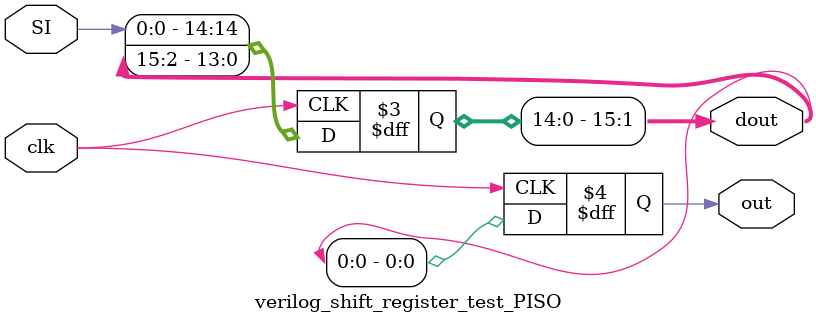
<source format=sv>
module verilog_shift_register_test_PISO( SI, clk, dout, out);

output reg [15:0]dout ;
output reg out ;
input SI ;
input clk ;

integer i;
always @ (posedge clk)
begin
   dout[15] <= SI;
   for( i = 14; i > 0; i = i - 1 ) begin
        dout[i] <= dout[i+1];
    end
    out<=dout[0];
end
endmodule 

</source>
